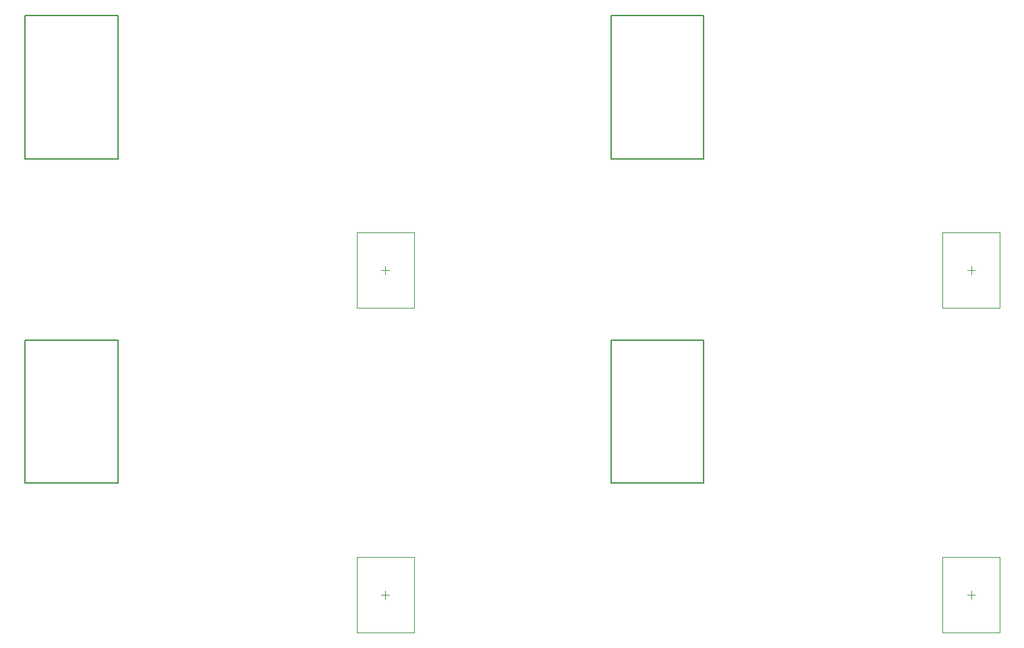
<source format=gbr>
%TF.GenerationSoftware,Altium Limited,Altium Designer,23.1.1 (15)*%
G04 Layer_Color=32768*
%FSLAX45Y45*%
%MOMM*%
%TF.SameCoordinates,4CCFFED5-D059-4900-A68D-9618ACEA1AB5*%
%TF.FilePolarity,Positive*%
%TF.FileFunction,Other,Mechanical_3*%
%TF.Part,CustomerPanel*%
G01*
G75*
%TA.AperFunction,NonConductor*%
%ADD36C,0.20000*%
%ADD64C,0.05000*%
D36*
X3787300Y6124100D02*
Y7922100D01*
Y6124100D02*
X4950300D01*
Y7922100D01*
X3787300D02*
X4950300D01*
X11140600Y6124100D02*
Y7922100D01*
Y6124100D02*
X12303600D01*
Y7922100D01*
X11140600D02*
X12303600D01*
X3787300Y10200800D02*
Y11998800D01*
Y10200800D02*
X4950300D01*
Y11998800D01*
X3787300D02*
X4950300D01*
X11140600Y10200800D02*
Y11998800D01*
Y10200800D02*
X12303600D01*
Y11998800D01*
X11140600D02*
X12303600D01*
D64*
X7945800Y4249400D02*
Y5199400D01*
X8665800D01*
Y4249400D02*
Y5199400D01*
X7945800Y4249400D02*
X8665800D01*
X8305800Y4674400D02*
Y4774400D01*
X8255800Y4724400D02*
X8355800D01*
X15299100Y4249400D02*
Y5199400D01*
X16019099D01*
Y4249400D02*
Y5199400D01*
X15299100Y4249400D02*
X16019099D01*
X15659100Y4674400D02*
Y4774400D01*
X15609100Y4724400D02*
X15709100D01*
X7945800Y8326100D02*
Y9276100D01*
X8665800D01*
Y8326100D02*
Y9276100D01*
X7945800Y8326100D02*
X8665800D01*
X8305800Y8751100D02*
Y8851100D01*
X8255800Y8801100D02*
X8355800D01*
X15299100Y8326100D02*
Y9276100D01*
X16019099D01*
Y8326100D02*
Y9276100D01*
X15299100Y8326100D02*
X16019099D01*
X15659100Y8751100D02*
Y8851100D01*
X15609100Y8801100D02*
X15709100D01*
%TF.MD5,40126b499cab7c8ab952b9ea81192963*%
M02*

</source>
